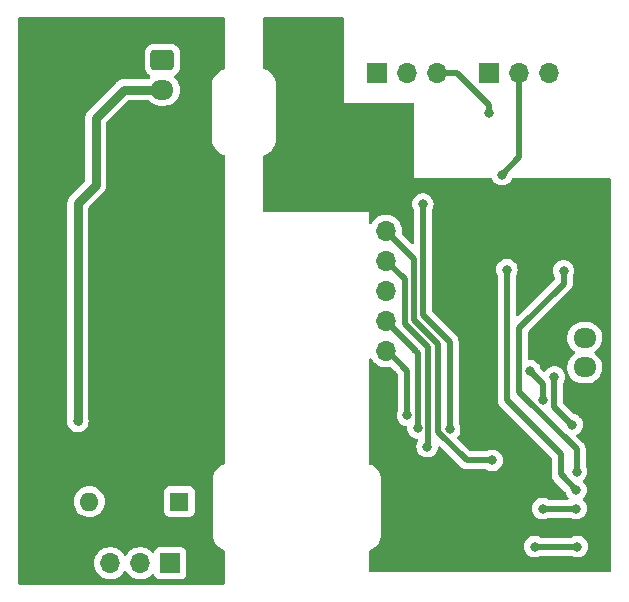
<source format=gbr>
%TF.GenerationSoftware,KiCad,Pcbnew,7.0.2*%
%TF.CreationDate,2023-10-03T11:26:09+02:00*%
%TF.ProjectId,SommerESP,536f6d6d-6572-4455-9350-2e6b69636164,rev?*%
%TF.SameCoordinates,Original*%
%TF.FileFunction,Copper,L2,Bot*%
%TF.FilePolarity,Positive*%
%FSLAX46Y46*%
G04 Gerber Fmt 4.6, Leading zero omitted, Abs format (unit mm)*
G04 Created by KiCad (PCBNEW 7.0.2) date 2023-10-03 11:26:09*
%MOMM*%
%LPD*%
G01*
G04 APERTURE LIST*
G04 Aperture macros list*
%AMRoundRect*
0 Rectangle with rounded corners*
0 $1 Rounding radius*
0 $2 $3 $4 $5 $6 $7 $8 $9 X,Y pos of 4 corners*
0 Add a 4 corners polygon primitive as box body*
4,1,4,$2,$3,$4,$5,$6,$7,$8,$9,$2,$3,0*
0 Add four circle primitives for the rounded corners*
1,1,$1+$1,$2,$3*
1,1,$1+$1,$4,$5*
1,1,$1+$1,$6,$7*
1,1,$1+$1,$8,$9*
0 Add four rect primitives between the rounded corners*
20,1,$1+$1,$2,$3,$4,$5,0*
20,1,$1+$1,$4,$5,$6,$7,0*
20,1,$1+$1,$6,$7,$8,$9,0*
20,1,$1+$1,$8,$9,$2,$3,0*%
G04 Aperture macros list end*
%TA.AperFunction,ComponentPad*%
%ADD10R,1.700000X1.700000*%
%TD*%
%TA.AperFunction,ComponentPad*%
%ADD11O,1.700000X1.700000*%
%TD*%
%TA.AperFunction,ComponentPad*%
%ADD12RoundRect,0.250000X-0.725000X0.600000X-0.725000X-0.600000X0.725000X-0.600000X0.725000X0.600000X0*%
%TD*%
%TA.AperFunction,ComponentPad*%
%ADD13O,1.950000X1.700000*%
%TD*%
%TA.AperFunction,ComponentPad*%
%ADD14R,1.600000X1.600000*%
%TD*%
%TA.AperFunction,ComponentPad*%
%ADD15O,1.600000X1.600000*%
%TD*%
%TA.AperFunction,ViaPad*%
%ADD16C,0.800000*%
%TD*%
%TA.AperFunction,Conductor*%
%ADD17C,0.500000*%
%TD*%
%TA.AperFunction,Conductor*%
%ADD18C,0.750000*%
%TD*%
G04 APERTURE END LIST*
D10*
%TO.P,J1,1,Pin_1*%
%TO.N,GND2*%
X120575000Y-82075000D03*
D11*
%TO.P,J1,2,Pin_2*%
%TO.N,RX*%
X120575000Y-79535000D03*
%TO.P,J1,3,Pin_3*%
%TO.N,TX*%
X120575000Y-76995000D03*
%TO.P,J1,4,Pin_4*%
%TO.N,+3.3VA*%
X120575000Y-74455000D03*
%TO.P,J1,5,Pin_5*%
%TO.N,IO3*%
X120575000Y-71915000D03*
%TO.P,J1,6,Pin_6*%
%TO.N,IO5*%
X120575000Y-69375000D03*
%TD*%
D12*
%TO.P,J2,1,Pin_1*%
%TO.N,GND2*%
X137425000Y-75925000D03*
D13*
%TO.P,J2,2,Pin_2*%
%TO.N,ANALOGSIG2*%
X137425000Y-78425000D03*
%TO.P,J2,3,Pin_3*%
%TO.N,+3.3VA*%
X137425000Y-80925000D03*
%TD*%
D10*
%TO.P,J4,1,Pin_1*%
%TO.N,Keypad1*%
X119820000Y-56000000D03*
D11*
%TO.P,J4,2,Pin_2*%
%TO.N,Keypad2*%
X122360000Y-56000000D03*
%TO.P,J4,3,Pin_3*%
%TO.N,Keypad3*%
X124900000Y-56000000D03*
%TD*%
D14*
%TO.P,D4,1,K*%
%TO.N,+24V*%
X103085000Y-92300000D03*
D15*
%TO.P,D4,2,A*%
%TO.N,AnalogSIG*%
X95465000Y-92300000D03*
%TD*%
D12*
%TO.P,J5,1,Pin_1*%
%TO.N,+3.3V*%
X101650000Y-54900000D03*
D13*
%TO.P,J5,2,Pin_2*%
%TO.N,AnalogSIG*%
X101650000Y-57400000D03*
%TO.P,J5,3,Pin_3*%
%TO.N,GND*%
X101650000Y-59900000D03*
%TD*%
D10*
%TO.P,J6,1,Pin_1*%
%TO.N,+24V*%
X102320000Y-97500000D03*
D11*
%TO.P,J6,2,Pin_2*%
%TO.N,unconnected-(J6-Pin_2-Pad2)*%
X99780000Y-97500000D03*
%TO.P,J6,3,Pin_3*%
%TO.N,SommerSIG*%
X97240000Y-97500000D03*
%TO.P,J6,4,Pin_4*%
%TO.N,GND*%
X94700000Y-97500000D03*
%TD*%
D10*
%TO.P,J3,1,Pin_1*%
%TO.N,Keypad1*%
X129320000Y-56000000D03*
D11*
%TO.P,J3,2,Pin_2*%
%TO.N,Keypad2*%
X131860000Y-56000000D03*
%TO.P,J3,3,Pin_3*%
%TO.N,Keypad3*%
X134400000Y-56000000D03*
%TD*%
D16*
%TO.N,IO9*%
X134850000Y-81735500D03*
%TO.N,IO5*%
X129574500Y-88800000D03*
X133860000Y-92880000D03*
X136680000Y-92890000D03*
%TO.N,EN*%
X125980000Y-86160000D03*
%TO.N,RX*%
X122400000Y-84990000D03*
%TO.N,IO8*%
X133860000Y-83684500D03*
X132770000Y-81210000D03*
%TO.N,IO6*%
X136690000Y-91310000D03*
%TO.N,IO7*%
X136720000Y-89760000D03*
%TO.N,Keypad3*%
X129300000Y-59400000D03*
%TO.N,GND*%
X103600000Y-69500000D03*
X97750000Y-62275000D03*
X92100000Y-72700000D03*
X92100000Y-70500000D03*
X92100000Y-78100000D03*
X92100000Y-76000000D03*
X97000000Y-86500000D03*
%TO.N,GND2*%
X119500000Y-65575000D03*
X128575000Y-87450000D03*
X128600000Y-94500000D03*
X113475000Y-65600000D03*
X138225000Y-84000000D03*
%TO.N,IO9*%
X136350000Y-85775000D03*
%TO.N,IO6*%
X130825000Y-72650000D03*
%TO.N,AnalogSIG*%
X94500000Y-85500000D03*
%TO.N,TX*%
X123275000Y-86050000D03*
%TO.N,Keypad2*%
X130400000Y-64600000D03*
%TO.N,EN*%
X133175000Y-96100000D03*
X136775000Y-96100000D03*
X123700000Y-67100000D03*
%TO.N,IO7*%
X135625000Y-72750000D03*
%TO.N,IO3*%
X124075000Y-87625000D03*
%TD*%
D17*
%TO.N,IO9*%
X134850000Y-84290000D02*
X136340000Y-85780000D01*
X134850000Y-81735500D02*
X134850000Y-84290000D01*
%TO.N,IO7*%
X131875000Y-77575000D02*
X135620000Y-73830000D01*
X131875000Y-83000000D02*
X131875000Y-77575000D01*
X136725000Y-87850000D02*
X131875000Y-83000000D01*
%TO.N,IO5*%
X122920000Y-71710000D02*
X120570000Y-69360000D01*
X122920000Y-76880000D02*
X122920000Y-71710000D01*
X125010000Y-86392082D02*
X125010000Y-78970000D01*
X127417918Y-88800000D02*
X125010000Y-86392082D01*
X129574500Y-88800000D02*
X127417918Y-88800000D01*
X125010000Y-78970000D02*
X122920000Y-76880000D01*
X133870000Y-92890000D02*
X133860000Y-92880000D01*
X136680000Y-92890000D02*
X133870000Y-92890000D01*
%TO.N,EN*%
X125980000Y-86160000D02*
X125980000Y-78790000D01*
%TO.N,RX*%
X122400000Y-84990000D02*
X122400000Y-81240000D01*
%TO.N,IO8*%
X133860000Y-82300000D02*
X132770000Y-81210000D01*
X133860000Y-83684500D02*
X133860000Y-82300000D01*
%TO.N,IO6*%
X130825000Y-83725000D02*
X130825000Y-72650000D01*
X135375000Y-89995000D02*
X136690000Y-91310000D01*
X135375000Y-88275000D02*
X135375000Y-89995000D01*
%TO.N,IO7*%
X136725000Y-89755000D02*
X136720000Y-89760000D01*
X136725000Y-87850000D02*
X136725000Y-89755000D01*
X136690000Y-87850000D02*
X136680000Y-87860000D01*
X136725000Y-87850000D02*
X136690000Y-87850000D01*
%TO.N,Keypad3*%
X126602082Y-56000000D02*
X129300000Y-58697918D01*
X124900000Y-56000000D02*
X126602082Y-56000000D01*
X129300000Y-58697918D02*
X129300000Y-59400000D01*
%TO.N,IO6*%
X135375000Y-88275000D02*
X130825000Y-83725000D01*
D18*
%TO.N,AnalogSIG*%
X96000000Y-59800000D02*
X98400000Y-57400000D01*
X98400000Y-57400000D02*
X101500000Y-57400000D01*
X94500000Y-67000000D02*
X94500000Y-85500000D01*
X94500000Y-67000000D02*
X96000000Y-65500000D01*
X96000000Y-65500000D02*
X96000000Y-59800000D01*
D17*
%TO.N,RX*%
X122400000Y-81225000D02*
X120750000Y-79575000D01*
%TO.N,TX*%
X123275000Y-79700000D02*
X123000000Y-79425000D01*
X123275000Y-86050000D02*
X123275000Y-79700000D01*
X123125000Y-79550000D02*
X120575000Y-77000000D01*
%TO.N,Keypad2*%
X131860000Y-56000000D02*
X131860000Y-63140000D01*
X131860000Y-63140000D02*
X130400000Y-64600000D01*
%TO.N,EN*%
X123700000Y-76500000D02*
X125975000Y-78775000D01*
X123700000Y-67250000D02*
X123700000Y-69200000D01*
X123700000Y-69200000D02*
X123700000Y-76500000D01*
X133175000Y-96100000D02*
X136775000Y-96100000D01*
%TO.N,IO7*%
X135625000Y-72750000D02*
X135625000Y-73827082D01*
%TO.N,IO3*%
X122175000Y-73475000D02*
X120625000Y-71925000D01*
X122175000Y-77275000D02*
X122175000Y-73475000D01*
X124075000Y-87625000D02*
X124125000Y-87575000D01*
X124125000Y-87575000D02*
X124125000Y-79225000D01*
X124125000Y-79225000D02*
X122175000Y-77275000D01*
%TD*%
%TA.AperFunction,Conductor*%
%TO.N,GND2*%
G36*
X116943039Y-51269685D02*
G01*
X116988794Y-51322489D01*
X117000000Y-51373999D01*
X117000000Y-58500000D01*
X122876000Y-58500000D01*
X122943039Y-58519685D01*
X122988794Y-58572489D01*
X123000000Y-58624000D01*
X123000000Y-64900000D01*
X129452568Y-64900000D01*
X129519607Y-64919685D01*
X129559955Y-64962000D01*
X129660957Y-65136941D01*
X129660960Y-65136944D01*
X129788747Y-65278866D01*
X129943247Y-65391118D01*
X129943248Y-65391118D01*
X130117714Y-65468795D01*
X130304511Y-65508500D01*
X130304513Y-65508500D01*
X130495489Y-65508500D01*
X130682285Y-65468795D01*
X130682286Y-65468794D01*
X130682288Y-65468794D01*
X130856752Y-65391118D01*
X131011253Y-65278866D01*
X131139040Y-65136944D01*
X131204303Y-65023906D01*
X131240045Y-64962000D01*
X131290612Y-64913784D01*
X131347432Y-64900000D01*
X139526093Y-64900000D01*
X139593132Y-64919685D01*
X139638887Y-64972489D01*
X139650092Y-65023906D01*
X139668415Y-89483585D01*
X139674907Y-98150907D01*
X139655273Y-98217961D01*
X139602503Y-98263756D01*
X139550907Y-98275000D01*
X119298899Y-98275000D01*
X119231860Y-98255315D01*
X119186105Y-98202511D01*
X119174899Y-98151102D01*
X119174478Y-97638393D01*
X119173515Y-96461914D01*
X119193144Y-96394862D01*
X119245910Y-96349064D01*
X119247618Y-96348298D01*
X119416607Y-96274173D01*
X119624785Y-96138164D01*
X119666243Y-96099999D01*
X132261496Y-96099999D01*
X132281458Y-96289929D01*
X132340472Y-96471556D01*
X132435957Y-96636941D01*
X132435960Y-96636944D01*
X132563747Y-96778866D01*
X132700447Y-96878185D01*
X132718248Y-96891118D01*
X132892714Y-96968795D01*
X133079511Y-97008500D01*
X133079513Y-97008500D01*
X133270489Y-97008500D01*
X133457285Y-96968795D01*
X133457286Y-96968794D01*
X133457288Y-96968794D01*
X133631752Y-96891118D01*
X133636477Y-96887684D01*
X133644052Y-96882182D01*
X133709858Y-96858702D01*
X133716937Y-96858500D01*
X136233063Y-96858500D01*
X136300102Y-96878185D01*
X136305948Y-96882182D01*
X136318246Y-96891117D01*
X136492714Y-96968795D01*
X136679511Y-97008500D01*
X136679513Y-97008500D01*
X136870489Y-97008500D01*
X137057285Y-96968795D01*
X137057286Y-96968794D01*
X137057288Y-96968794D01*
X137231752Y-96891118D01*
X137386253Y-96778866D01*
X137514040Y-96636944D01*
X137609527Y-96471556D01*
X137668542Y-96289928D01*
X137688504Y-96100000D01*
X137668542Y-95910072D01*
X137609527Y-95728444D01*
X137609527Y-95728443D01*
X137514042Y-95563058D01*
X137494442Y-95541291D01*
X137386253Y-95421134D01*
X137246525Y-95319615D01*
X137231751Y-95308881D01*
X137057285Y-95231204D01*
X136870489Y-95191500D01*
X136870487Y-95191500D01*
X136679513Y-95191500D01*
X136679511Y-95191500D01*
X136492714Y-95231204D01*
X136318246Y-95308882D01*
X136305948Y-95317818D01*
X136240142Y-95341298D01*
X136233063Y-95341500D01*
X133716937Y-95341500D01*
X133649898Y-95321815D01*
X133644052Y-95317818D01*
X133631753Y-95308882D01*
X133457285Y-95231204D01*
X133270489Y-95191500D01*
X133270487Y-95191500D01*
X133079513Y-95191500D01*
X133079511Y-95191500D01*
X132892714Y-95231204D01*
X132718248Y-95308881D01*
X132563748Y-95421133D01*
X132435957Y-95563058D01*
X132340472Y-95728443D01*
X132281458Y-95910070D01*
X132261496Y-96099999D01*
X119666243Y-96099999D01*
X119807738Y-95969744D01*
X119960474Y-95773509D01*
X120078828Y-95554810D01*
X120159571Y-95319614D01*
X120200500Y-95074335D01*
X120200500Y-94825665D01*
X120178763Y-94695404D01*
X120178763Y-94654595D01*
X120200500Y-94524335D01*
X120200500Y-94275665D01*
X120178763Y-94145404D01*
X120178763Y-94104595D01*
X120200500Y-93974335D01*
X120200500Y-93725665D01*
X120178763Y-93595404D01*
X120178763Y-93554595D01*
X120200500Y-93424335D01*
X120200500Y-93175665D01*
X120178763Y-93045404D01*
X120178763Y-93004595D01*
X120200500Y-92874335D01*
X120200500Y-92625665D01*
X120178763Y-92495404D01*
X120178763Y-92454595D01*
X120200500Y-92324335D01*
X120200500Y-92075665D01*
X120178763Y-91945404D01*
X120178763Y-91904595D01*
X120200500Y-91774335D01*
X120200500Y-91525665D01*
X120178763Y-91395403D01*
X120178763Y-91354594D01*
X120200500Y-91224335D01*
X120200500Y-90975665D01*
X120178763Y-90845403D01*
X120178763Y-90804594D01*
X120200500Y-90674335D01*
X120200500Y-90425665D01*
X120159571Y-90180386D01*
X120078828Y-89945190D01*
X119960474Y-89726491D01*
X119960471Y-89726487D01*
X119960470Y-89726485D01*
X119838728Y-89570072D01*
X119807738Y-89530256D01*
X119624785Y-89361836D01*
X119416607Y-89225827D01*
X119416604Y-89225825D01*
X119241622Y-89149071D01*
X119188136Y-89104115D01*
X119167446Y-89037379D01*
X119167433Y-89035748D01*
X119160253Y-80269960D01*
X119179883Y-80202907D01*
X119232649Y-80157109D01*
X119301800Y-80147109D01*
X119365379Y-80176082D01*
X119388061Y-80202038D01*
X119499278Y-80372268D01*
X119651760Y-80537906D01*
X119829424Y-80676189D01*
X120027426Y-80783342D01*
X120240365Y-80856444D01*
X120462431Y-80893500D01*
X120687567Y-80893500D01*
X120687569Y-80893500D01*
X120888783Y-80859923D01*
X120958144Y-80868305D01*
X120996870Y-80894551D01*
X121605181Y-81502862D01*
X121638666Y-81564185D01*
X121641500Y-81590543D01*
X121641500Y-84453535D01*
X121624887Y-84515535D01*
X121565472Y-84618443D01*
X121506458Y-84800070D01*
X121486496Y-84990000D01*
X121506458Y-85179929D01*
X121565472Y-85361556D01*
X121660957Y-85526941D01*
X121660960Y-85526944D01*
X121788747Y-85668866D01*
X121934826Y-85774999D01*
X121943248Y-85781118D01*
X122117714Y-85858795D01*
X122266615Y-85890445D01*
X122328097Y-85923637D01*
X122361873Y-85984800D01*
X122364155Y-86024694D01*
X122361496Y-86049997D01*
X122381458Y-86239929D01*
X122440472Y-86421556D01*
X122535957Y-86586941D01*
X122535960Y-86586944D01*
X122663747Y-86728866D01*
X122815148Y-86838866D01*
X122818248Y-86841118D01*
X122992714Y-86918795D01*
X123179511Y-86958500D01*
X123179513Y-86958500D01*
X123195985Y-86958500D01*
X123263024Y-86978185D01*
X123308779Y-87030989D01*
X123318723Y-87100147D01*
X123303372Y-87144500D01*
X123240472Y-87253443D01*
X123181458Y-87435070D01*
X123161496Y-87625000D01*
X123181458Y-87814929D01*
X123240472Y-87996556D01*
X123335957Y-88161941D01*
X123335960Y-88161944D01*
X123463747Y-88303866D01*
X123618248Y-88416118D01*
X123792714Y-88493795D01*
X123979511Y-88533500D01*
X123979513Y-88533500D01*
X124170489Y-88533500D01*
X124357285Y-88493795D01*
X124357286Y-88493794D01*
X124357288Y-88493794D01*
X124531752Y-88416118D01*
X124686253Y-88303866D01*
X124814040Y-88161944D01*
X124909527Y-87996556D01*
X124968542Y-87814928D01*
X124978614Y-87719094D01*
X125005197Y-87654483D01*
X125062494Y-87614498D01*
X125132313Y-87611838D01*
X125189615Y-87644378D01*
X126836114Y-89290877D01*
X126847895Y-89304509D01*
X126862449Y-89324058D01*
X126877806Y-89336944D01*
X126900851Y-89356281D01*
X126908826Y-89363589D01*
X126912817Y-89367580D01*
X126937423Y-89387036D01*
X126940185Y-89389286D01*
X126998278Y-89438032D01*
X126998281Y-89438033D01*
X126999179Y-89438787D01*
X127015952Y-89449472D01*
X127017009Y-89449965D01*
X127017012Y-89449967D01*
X127085770Y-89482028D01*
X127088952Y-89483569D01*
X127156730Y-89517609D01*
X127156733Y-89517609D01*
X127157777Y-89518134D01*
X127176560Y-89524664D01*
X127177709Y-89524901D01*
X127177711Y-89524902D01*
X127252034Y-89540247D01*
X127255467Y-89541009D01*
X127329262Y-89558500D01*
X127330401Y-89558770D01*
X127350187Y-89560791D01*
X127351355Y-89560757D01*
X127351360Y-89560758D01*
X127427175Y-89558552D01*
X127430782Y-89558500D01*
X129032563Y-89558500D01*
X129099602Y-89578185D01*
X129105448Y-89582182D01*
X129117746Y-89591117D01*
X129292214Y-89668795D01*
X129479011Y-89708500D01*
X129479013Y-89708500D01*
X129669989Y-89708500D01*
X129856785Y-89668795D01*
X129856786Y-89668794D01*
X129856788Y-89668794D01*
X130031252Y-89591118D01*
X130185753Y-89478866D01*
X130313540Y-89336944D01*
X130320981Y-89324057D01*
X130409027Y-89171556D01*
X130416333Y-89149071D01*
X130468042Y-88989928D01*
X130488004Y-88800000D01*
X130468042Y-88610072D01*
X130409027Y-88428444D01*
X130409027Y-88428443D01*
X130313542Y-88263058D01*
X130222498Y-88161944D01*
X130185753Y-88121134D01*
X130049053Y-88021815D01*
X130031251Y-88008881D01*
X129856785Y-87931204D01*
X129669989Y-87891500D01*
X129669987Y-87891500D01*
X129479013Y-87891500D01*
X129479011Y-87891500D01*
X129292214Y-87931204D01*
X129117746Y-88008882D01*
X129105448Y-88017818D01*
X129039642Y-88041298D01*
X129032563Y-88041500D01*
X127783461Y-88041500D01*
X127716422Y-88021815D01*
X127695780Y-88005181D01*
X126645184Y-86954585D01*
X126611699Y-86893262D01*
X126616683Y-86823570D01*
X126640714Y-86783933D01*
X126719040Y-86696944D01*
X126814527Y-86531556D01*
X126873542Y-86349928D01*
X126893504Y-86160000D01*
X126873542Y-85970072D01*
X126814527Y-85788444D01*
X126814527Y-85788443D01*
X126755113Y-85685535D01*
X126738500Y-85623535D01*
X126738500Y-78749418D01*
X126738499Y-78749417D01*
X126738500Y-78745820D01*
X126734575Y-78712243D01*
X126723079Y-78613888D01*
X126696815Y-78541726D01*
X126695631Y-78538321D01*
X126667114Y-78452262D01*
X126574030Y-78301349D01*
X126574029Y-78301347D01*
X124494819Y-76222137D01*
X124461334Y-76160814D01*
X124458500Y-76134456D01*
X124458500Y-72649999D01*
X129911496Y-72649999D01*
X129931458Y-72839929D01*
X129990472Y-73021553D01*
X129990473Y-73021556D01*
X130048208Y-73121556D01*
X130049887Y-73124463D01*
X130066500Y-73186463D01*
X130066500Y-83660705D01*
X130065191Y-83678675D01*
X130061658Y-83702790D01*
X130066027Y-83752729D01*
X130066499Y-83763512D01*
X130066499Y-83765572D01*
X130066499Y-83765583D01*
X130066500Y-83769180D01*
X130066917Y-83772753D01*
X130066918Y-83772759D01*
X130070139Y-83800321D01*
X130070505Y-83803905D01*
X130077214Y-83880582D01*
X130081523Y-83900017D01*
X130081920Y-83901109D01*
X130081921Y-83901113D01*
X130100011Y-83950815D01*
X130107855Y-83972367D01*
X130109037Y-83975771D01*
X130133251Y-84048843D01*
X130141922Y-84066754D01*
X130184245Y-84131103D01*
X130186178Y-84134138D01*
X130225970Y-84198651D01*
X130225972Y-84198653D01*
X130226589Y-84199653D01*
X130239153Y-84215075D01*
X130239997Y-84215871D01*
X130239999Y-84215874D01*
X130295173Y-84267928D01*
X130297760Y-84270441D01*
X134580181Y-88552862D01*
X134613666Y-88614185D01*
X134616500Y-88640543D01*
X134616500Y-89930706D01*
X134615191Y-89948676D01*
X134611659Y-89972789D01*
X134616028Y-90022725D01*
X134616500Y-90033532D01*
X134616500Y-90039180D01*
X134616916Y-90042739D01*
X134616917Y-90042756D01*
X134620139Y-90070321D01*
X134620505Y-90073905D01*
X134627214Y-90150582D01*
X134631523Y-90170017D01*
X134631920Y-90171109D01*
X134631921Y-90171113D01*
X134642617Y-90200500D01*
X134657855Y-90242367D01*
X134659037Y-90245771D01*
X134683251Y-90318843D01*
X134691922Y-90336754D01*
X134734245Y-90401103D01*
X134736178Y-90404138D01*
X134775970Y-90468651D01*
X134775972Y-90468653D01*
X134776589Y-90469653D01*
X134789153Y-90485075D01*
X134789997Y-90485871D01*
X134789999Y-90485874D01*
X134802954Y-90498096D01*
X134845173Y-90537928D01*
X134847760Y-90540441D01*
X135770214Y-91462895D01*
X135800464Y-91512258D01*
X135855472Y-91681556D01*
X135950957Y-91846941D01*
X135950960Y-91846944D01*
X136020818Y-91924529D01*
X136051047Y-91987519D01*
X136042422Y-92056854D01*
X135997681Y-92110520D01*
X135931028Y-92131478D01*
X135928667Y-92131500D01*
X134415701Y-92131500D01*
X134348662Y-92111815D01*
X134342815Y-92107818D01*
X134316751Y-92088881D01*
X134142285Y-92011204D01*
X133955489Y-91971500D01*
X133955487Y-91971500D01*
X133764513Y-91971500D01*
X133764511Y-91971500D01*
X133577714Y-92011204D01*
X133403248Y-92088881D01*
X133248748Y-92201133D01*
X133120957Y-92343058D01*
X133025472Y-92508443D01*
X132966458Y-92690070D01*
X132946496Y-92879999D01*
X132966458Y-93069929D01*
X133025472Y-93251556D01*
X133120957Y-93416941D01*
X133120960Y-93416944D01*
X133248747Y-93558866D01*
X133299047Y-93595411D01*
X133403248Y-93671118D01*
X133577714Y-93748795D01*
X133764511Y-93788500D01*
X133764513Y-93788500D01*
X133955489Y-93788500D01*
X134142285Y-93748795D01*
X134142286Y-93748794D01*
X134142288Y-93748794D01*
X134316752Y-93671118D01*
X134316752Y-93671117D01*
X134328658Y-93665817D01*
X134329270Y-93667192D01*
X134381094Y-93648702D01*
X134388173Y-93648500D01*
X136138063Y-93648500D01*
X136205102Y-93668185D01*
X136210948Y-93672182D01*
X136223246Y-93681117D01*
X136397714Y-93758795D01*
X136584511Y-93798500D01*
X136584513Y-93798500D01*
X136775489Y-93798500D01*
X136962285Y-93758795D01*
X136962286Y-93758794D01*
X136962288Y-93758794D01*
X137136752Y-93681118D01*
X137291253Y-93568866D01*
X137419040Y-93426944D01*
X137420547Y-93424335D01*
X137514527Y-93261556D01*
X137542435Y-93175665D01*
X137573542Y-93079928D01*
X137593504Y-92890000D01*
X137573542Y-92700072D01*
X137514527Y-92518444D01*
X137514527Y-92518443D01*
X137419042Y-92353058D01*
X137403108Y-92335361D01*
X137291253Y-92211134D01*
X137291248Y-92211131D01*
X137291248Y-92211130D01*
X137281364Y-92203949D01*
X137238698Y-92148619D01*
X137232720Y-92079006D01*
X137265326Y-92017211D01*
X137281352Y-92003324D01*
X137301253Y-91988866D01*
X137429040Y-91846944D01*
X137524527Y-91681556D01*
X137583542Y-91499928D01*
X137603504Y-91310000D01*
X137583542Y-91120072D01*
X137524527Y-90938444D01*
X137524527Y-90938443D01*
X137429042Y-90773058D01*
X137416330Y-90758941D01*
X137301253Y-90631134D01*
X137301247Y-90631130D01*
X137300611Y-90630423D01*
X137270381Y-90567431D01*
X137279006Y-90498096D01*
X137319877Y-90447131D01*
X137331253Y-90438866D01*
X137459040Y-90296944D01*
X137554527Y-90131556D01*
X137613542Y-89949928D01*
X137633504Y-89760000D01*
X137613542Y-89570072D01*
X137554527Y-89388444D01*
X137554527Y-89388443D01*
X137500113Y-89294195D01*
X137483500Y-89232195D01*
X137483500Y-87914294D01*
X137484809Y-87896324D01*
X137485007Y-87894970D01*
X137488341Y-87872211D01*
X137486216Y-87847932D01*
X137485955Y-87829918D01*
X137486828Y-87814929D01*
X137487372Y-87805597D01*
X137478662Y-87756204D01*
X137477256Y-87745519D01*
X137472887Y-87695574D01*
X137472885Y-87695570D01*
X137472784Y-87694407D01*
X137468479Y-87674989D01*
X137468079Y-87673891D01*
X137468079Y-87673887D01*
X137464162Y-87663128D01*
X137458568Y-87642246D01*
X137456582Y-87630980D01*
X137454002Y-87625000D01*
X137436722Y-87584940D01*
X137432882Y-87574848D01*
X137417114Y-87527262D01*
X137417112Y-87527260D01*
X137416742Y-87526141D01*
X137408078Y-87508246D01*
X137401143Y-87497701D01*
X137390885Y-87478676D01*
X137386352Y-87468169D01*
X137386352Y-87468168D01*
X137356418Y-87427960D01*
X137350345Y-87419012D01*
X137323412Y-87375347D01*
X137310850Y-87359926D01*
X137301668Y-87351263D01*
X137287300Y-87335118D01*
X137280469Y-87325942D01*
X137280467Y-87325940D01*
X137242059Y-87293711D01*
X137234085Y-87286404D01*
X136731625Y-86783944D01*
X136698140Y-86722621D01*
X136703124Y-86652929D01*
X136744996Y-86596996D01*
X136768867Y-86582985D01*
X136806752Y-86566118D01*
X136961253Y-86453866D01*
X137089040Y-86311944D01*
X137184527Y-86146556D01*
X137243542Y-85964928D01*
X137263504Y-85775000D01*
X137243542Y-85585072D01*
X137184527Y-85403444D01*
X137184527Y-85403443D01*
X137089042Y-85238058D01*
X137036701Y-85179928D01*
X136961253Y-85096134D01*
X136806752Y-84983882D01*
X136806751Y-84983881D01*
X136739779Y-84954064D01*
X136632288Y-84906206D01*
X136586439Y-84896460D01*
X136549599Y-84888629D01*
X136488118Y-84855435D01*
X136487701Y-84855020D01*
X135644819Y-84012138D01*
X135611334Y-83950815D01*
X135608500Y-83924457D01*
X135608500Y-82271963D01*
X135625113Y-82209963D01*
X135684527Y-82107056D01*
X135743542Y-81925428D01*
X135763504Y-81735500D01*
X135743542Y-81545572D01*
X135684527Y-81363944D01*
X135684527Y-81363943D01*
X135589042Y-81198558D01*
X135498659Y-81098178D01*
X135461253Y-81056634D01*
X135306752Y-80944382D01*
X135306751Y-80944381D01*
X135133258Y-80867137D01*
X135937816Y-80867137D01*
X135947630Y-81098175D01*
X135996351Y-81324240D01*
X136082572Y-81538809D01*
X136082574Y-81538813D01*
X136203821Y-81735730D01*
X136203822Y-81735731D01*
X136356600Y-81909322D01*
X136536524Y-82054600D01*
X136738408Y-82167380D01*
X136956452Y-82244420D01*
X137184372Y-82283500D01*
X137184375Y-82283500D01*
X137605082Y-82283500D01*
X137607713Y-82283500D01*
X137780418Y-82268801D01*
X138004207Y-82210530D01*
X138214929Y-82115278D01*
X138406523Y-81985783D01*
X138573476Y-81825772D01*
X138710985Y-81639847D01*
X138815095Y-81433357D01*
X138882811Y-81212243D01*
X138912184Y-80982865D01*
X138902369Y-80751822D01*
X138853649Y-80525762D01*
X138767426Y-80311187D01*
X138646179Y-80114270D01*
X138493398Y-79940676D01*
X138398704Y-79864216D01*
X138313473Y-79795397D01*
X138289432Y-79781967D01*
X138240506Y-79732087D01*
X138226314Y-79663674D01*
X138251362Y-79598448D01*
X138280466Y-79570982D01*
X138406523Y-79485783D01*
X138573476Y-79325772D01*
X138710985Y-79139847D01*
X138815095Y-78933357D01*
X138882811Y-78712243D01*
X138912184Y-78482865D01*
X138902369Y-78251822D01*
X138853649Y-78025762D01*
X138767426Y-77811187D01*
X138646179Y-77614270D01*
X138493398Y-77440676D01*
X138313476Y-77295400D01*
X138313475Y-77295399D01*
X138111591Y-77182619D01*
X137893547Y-77105579D01*
X137665628Y-77066500D01*
X137665625Y-77066500D01*
X137242287Y-77066500D01*
X137239672Y-77066722D01*
X137239661Y-77066723D01*
X137069585Y-77081198D01*
X136994985Y-77100622D01*
X136845793Y-77139470D01*
X136845790Y-77139471D01*
X136845787Y-77139472D01*
X136635073Y-77234720D01*
X136443477Y-77364216D01*
X136276523Y-77524228D01*
X136139015Y-77710152D01*
X136034905Y-77916642D01*
X136010019Y-77997905D01*
X135967189Y-78137757D01*
X135946241Y-78301347D01*
X135937816Y-78367137D01*
X135947630Y-78598175D01*
X135996351Y-78824240D01*
X136040198Y-78933357D01*
X136082574Y-79038813D01*
X136203821Y-79235730D01*
X136203822Y-79235731D01*
X136283066Y-79325771D01*
X136356602Y-79409324D01*
X136451293Y-79485781D01*
X136536524Y-79554600D01*
X136560566Y-79568031D01*
X136609493Y-79617911D01*
X136623685Y-79686324D01*
X136598637Y-79751550D01*
X136569529Y-79779020D01*
X136443477Y-79864216D01*
X136276523Y-80024228D01*
X136139015Y-80210152D01*
X136034905Y-80416642D01*
X135967189Y-80637756D01*
X135962268Y-80676188D01*
X135942956Y-80827000D01*
X135937816Y-80867137D01*
X135133258Y-80867137D01*
X135132285Y-80866704D01*
X134945489Y-80827000D01*
X134945487Y-80827000D01*
X134754513Y-80827000D01*
X134754511Y-80827000D01*
X134567714Y-80866704D01*
X134393248Y-80944381D01*
X134238748Y-81056633D01*
X134110957Y-81198559D01*
X134089372Y-81235945D01*
X134038804Y-81284160D01*
X133970197Y-81297381D01*
X133905333Y-81271412D01*
X133894305Y-81261624D01*
X133689786Y-81057105D01*
X133659536Y-81007742D01*
X133604527Y-80838443D01*
X133509042Y-80673058D01*
X133477256Y-80637756D01*
X133381253Y-80531134D01*
X133226752Y-80418882D01*
X133226751Y-80418881D01*
X133052285Y-80341204D01*
X132865489Y-80301500D01*
X132865487Y-80301500D01*
X132757500Y-80301500D01*
X132690461Y-80281815D01*
X132644706Y-80229011D01*
X132633500Y-80177500D01*
X132633500Y-77940542D01*
X132653185Y-77873503D01*
X132669814Y-77852866D01*
X136107736Y-74414943D01*
X136121355Y-74403173D01*
X136149058Y-74382551D01*
X136263032Y-74246722D01*
X136342609Y-74088270D01*
X136383500Y-73915738D01*
X136383500Y-73286463D01*
X136400113Y-73224463D01*
X136418058Y-73193382D01*
X136459527Y-73121556D01*
X136518542Y-72939928D01*
X136538504Y-72750000D01*
X136518542Y-72560072D01*
X136459527Y-72378444D01*
X136459527Y-72378443D01*
X136364042Y-72213058D01*
X136344442Y-72191291D01*
X136236253Y-72071134D01*
X136139901Y-72001129D01*
X136081751Y-71958881D01*
X135907285Y-71881204D01*
X135720489Y-71841500D01*
X135720487Y-71841500D01*
X135529513Y-71841500D01*
X135529511Y-71841500D01*
X135342714Y-71881204D01*
X135168248Y-71958881D01*
X135013748Y-72071133D01*
X134885957Y-72213058D01*
X134790472Y-72378443D01*
X134731458Y-72560070D01*
X134731457Y-72560072D01*
X134731458Y-72560072D01*
X134711496Y-72750000D01*
X134720948Y-72839928D01*
X134731458Y-72939929D01*
X134790473Y-73121556D01*
X134849887Y-73224463D01*
X134866500Y-73286463D01*
X134866500Y-73459457D01*
X134846815Y-73526496D01*
X134830181Y-73547138D01*
X131795181Y-76582137D01*
X131733858Y-76615622D01*
X131664166Y-76610638D01*
X131608233Y-76568766D01*
X131583816Y-76503302D01*
X131583500Y-76494456D01*
X131583500Y-74897616D01*
X131583500Y-73186459D01*
X131600110Y-73124468D01*
X131659527Y-73021556D01*
X131718542Y-72839928D01*
X131738504Y-72650000D01*
X131718542Y-72460072D01*
X131659527Y-72278444D01*
X131659527Y-72278443D01*
X131564042Y-72113058D01*
X131526292Y-72071133D01*
X131436253Y-71971134D01*
X131312478Y-71881206D01*
X131281751Y-71858881D01*
X131107285Y-71781204D01*
X130920489Y-71741500D01*
X130920487Y-71741500D01*
X130729513Y-71741500D01*
X130729511Y-71741500D01*
X130542714Y-71781204D01*
X130368248Y-71858881D01*
X130213748Y-71971133D01*
X130085957Y-72113058D01*
X129990472Y-72278443D01*
X129931458Y-72460070D01*
X129911496Y-72649999D01*
X124458500Y-72649999D01*
X124458500Y-69155820D01*
X124458499Y-67636464D01*
X124475111Y-67574464D01*
X124534527Y-67471556D01*
X124593542Y-67289928D01*
X124613504Y-67100000D01*
X124593542Y-66910072D01*
X124534527Y-66728444D01*
X124534527Y-66728443D01*
X124439042Y-66563058D01*
X124419442Y-66541291D01*
X124311253Y-66421134D01*
X124156752Y-66308882D01*
X124156751Y-66308881D01*
X123982285Y-66231204D01*
X123795489Y-66191500D01*
X123795487Y-66191500D01*
X123604513Y-66191500D01*
X123604511Y-66191500D01*
X123417714Y-66231204D01*
X123243248Y-66308881D01*
X123088748Y-66421133D01*
X122960957Y-66563058D01*
X122865472Y-66728443D01*
X122806458Y-66910070D01*
X122786496Y-67100000D01*
X122806458Y-67289929D01*
X122865473Y-67471556D01*
X122924887Y-67574463D01*
X122941500Y-67636463D01*
X122941500Y-70359457D01*
X122921815Y-70426496D01*
X122869011Y-70472251D01*
X122799853Y-70482195D01*
X122736297Y-70453170D01*
X122729819Y-70447138D01*
X121957335Y-69674654D01*
X121923850Y-69613331D01*
X121921440Y-69576733D01*
X121938156Y-69374999D01*
X121919564Y-69150636D01*
X121919564Y-69150632D01*
X121864296Y-68932384D01*
X121773860Y-68726209D01*
X121650722Y-68537732D01*
X121498240Y-68372094D01*
X121320576Y-68233811D01*
X121122574Y-68126658D01*
X121122573Y-68126657D01*
X121122572Y-68126657D01*
X120909636Y-68053556D01*
X120687569Y-68016500D01*
X120462431Y-68016500D01*
X120240363Y-68053556D01*
X120027427Y-68126657D01*
X119829424Y-68233811D01*
X119651760Y-68372094D01*
X119499279Y-68537730D01*
X119378550Y-68722520D01*
X119325403Y-68767876D01*
X119256172Y-68777300D01*
X119192836Y-68747798D01*
X119155505Y-68688738D01*
X119150741Y-68654800D01*
X119150000Y-67750000D01*
X110274000Y-67750000D01*
X110206961Y-67730315D01*
X110161206Y-67677511D01*
X110150000Y-67626000D01*
X110150000Y-63055745D01*
X110169685Y-62988706D01*
X110222489Y-62942951D01*
X110243550Y-62935542D01*
X110288881Y-62924063D01*
X110516607Y-62824173D01*
X110724785Y-62688164D01*
X110907738Y-62519744D01*
X111060474Y-62323509D01*
X111178828Y-62104810D01*
X111259571Y-61869614D01*
X111300500Y-61624335D01*
X111300500Y-61375665D01*
X111278763Y-61245404D01*
X111278763Y-61204595D01*
X111300500Y-61074335D01*
X111300500Y-60825665D01*
X111278763Y-60695403D01*
X111278763Y-60654594D01*
X111300500Y-60524335D01*
X111300500Y-60275665D01*
X111278763Y-60145403D01*
X111278763Y-60104594D01*
X111300500Y-59974335D01*
X111300500Y-59725665D01*
X111278763Y-59595404D01*
X111278763Y-59554595D01*
X111300500Y-59424335D01*
X111300500Y-59175665D01*
X111278763Y-59045404D01*
X111278763Y-59004595D01*
X111300500Y-58874335D01*
X111300500Y-58625665D01*
X111278763Y-58495404D01*
X111278763Y-58454595D01*
X111300500Y-58324335D01*
X111300500Y-58075665D01*
X111278763Y-57945403D01*
X111278763Y-57904594D01*
X111300500Y-57774335D01*
X111300500Y-57525665D01*
X111278763Y-57395404D01*
X111278763Y-57354595D01*
X111300500Y-57224335D01*
X111300500Y-56975665D01*
X111259571Y-56730386D01*
X111178828Y-56495190D01*
X111060474Y-56276491D01*
X111060471Y-56276487D01*
X111060470Y-56276485D01*
X110907740Y-56080259D01*
X110907738Y-56080256D01*
X110724785Y-55911836D01*
X110516607Y-55775827D01*
X110516604Y-55775825D01*
X110288879Y-55675936D01*
X110243558Y-55664459D01*
X110183403Y-55628919D01*
X110152012Y-55566498D01*
X110150000Y-55544254D01*
X110150000Y-51374000D01*
X110169685Y-51306961D01*
X110222489Y-51261206D01*
X110274000Y-51250000D01*
X116876000Y-51250000D01*
X116943039Y-51269685D01*
G37*
%TD.AperFunction*%
%TD*%
%TA.AperFunction,Conductor*%
%TO.N,GND*%
G36*
X106892055Y-51270002D02*
G01*
X106938548Y-51323658D01*
X106949934Y-51376066D01*
X106947759Y-55555993D01*
X106927721Y-55624103D01*
X106874042Y-55670568D01*
X106870608Y-55671775D01*
X106861120Y-55675936D01*
X106861119Y-55675937D01*
X106762152Y-55719347D01*
X106633390Y-55775828D01*
X106425217Y-55911833D01*
X106242262Y-56080255D01*
X106089527Y-56276489D01*
X105971170Y-56495193D01*
X105892019Y-56725755D01*
X105890429Y-56730386D01*
X105849500Y-56975665D01*
X105849500Y-57224335D01*
X105858268Y-57276879D01*
X105871180Y-57354261D01*
X105871180Y-57395737D01*
X105849500Y-57525666D01*
X105849500Y-57774333D01*
X105871180Y-57904261D01*
X105871180Y-57945737D01*
X105849499Y-58075666D01*
X105849499Y-58324333D01*
X105871180Y-58454262D01*
X105871180Y-58495738D01*
X105849499Y-58625666D01*
X105849499Y-58874332D01*
X105871180Y-59004261D01*
X105871180Y-59045737D01*
X105849499Y-59175666D01*
X105849499Y-59424333D01*
X105871180Y-59554262D01*
X105871180Y-59595738D01*
X105849499Y-59725666D01*
X105849499Y-59974332D01*
X105871180Y-60104261D01*
X105871180Y-60145737D01*
X105849500Y-60275666D01*
X105849500Y-60524333D01*
X105871180Y-60654261D01*
X105871180Y-60695737D01*
X105849499Y-60825666D01*
X105849499Y-61074332D01*
X105871180Y-61204261D01*
X105871180Y-61245737D01*
X105849499Y-61375666D01*
X105849499Y-61624331D01*
X105849500Y-61624335D01*
X105890429Y-61869614D01*
X105890430Y-61869616D01*
X105971170Y-62104806D01*
X106089527Y-62323510D01*
X106242262Y-62519744D01*
X106425217Y-62688166D01*
X106633392Y-62824173D01*
X106868481Y-62927293D01*
X106922829Y-62972974D01*
X106943853Y-63040786D01*
X106943867Y-63042746D01*
X106930350Y-89035247D01*
X106910313Y-89103357D01*
X106856633Y-89149822D01*
X106854964Y-89150568D01*
X106683392Y-89225826D01*
X106475217Y-89361833D01*
X106292262Y-89530255D01*
X106139527Y-89726489D01*
X106021170Y-89945193D01*
X105940430Y-90180383D01*
X105940429Y-90180386D01*
X105899500Y-90425665D01*
X105899500Y-90674335D01*
X105912295Y-90751018D01*
X105921180Y-90804261D01*
X105921180Y-90845737D01*
X105899500Y-90975666D01*
X105899500Y-91224333D01*
X105921180Y-91354261D01*
X105921180Y-91395737D01*
X105899500Y-91525666D01*
X105899500Y-91774333D01*
X105921180Y-91904262D01*
X105921180Y-91945738D01*
X105904809Y-92043843D01*
X105899500Y-92075665D01*
X105899500Y-92324335D01*
X105912295Y-92401018D01*
X105921180Y-92454261D01*
X105921180Y-92495737D01*
X105899500Y-92625666D01*
X105899500Y-92874333D01*
X105921180Y-93004261D01*
X105921180Y-93045737D01*
X105904734Y-93144300D01*
X105899500Y-93175665D01*
X105899500Y-93424335D01*
X105901701Y-93437523D01*
X105921180Y-93554261D01*
X105921180Y-93595737D01*
X105899500Y-93725666D01*
X105899500Y-93974333D01*
X105921180Y-94104262D01*
X105921180Y-94145738D01*
X105904809Y-94243843D01*
X105899500Y-94275665D01*
X105899500Y-94524335D01*
X105912295Y-94601018D01*
X105921180Y-94654261D01*
X105921180Y-94695737D01*
X105903765Y-94800103D01*
X105899500Y-94825665D01*
X105899500Y-95074335D01*
X105940429Y-95319614D01*
X105940430Y-95319616D01*
X106021170Y-95554806D01*
X106139527Y-95773510D01*
X106292262Y-95969744D01*
X106475217Y-96138166D01*
X106648931Y-96251658D01*
X106683393Y-96274173D01*
X106851100Y-96347736D01*
X106905449Y-96393418D01*
X106926473Y-96461230D01*
X106926487Y-96463189D01*
X106925065Y-99199065D01*
X106905028Y-99267176D01*
X106851348Y-99313641D01*
X106799065Y-99325000D01*
X89551066Y-99325000D01*
X89482945Y-99304998D01*
X89436452Y-99251342D01*
X89425066Y-99198934D01*
X89425950Y-97500000D01*
X95876844Y-97500000D01*
X95895436Y-97724368D01*
X95895436Y-97724371D01*
X95895437Y-97724372D01*
X95950702Y-97942611D01*
X96041139Y-98148790D01*
X96058701Y-98175670D01*
X96164278Y-98337268D01*
X96276525Y-98459200D01*
X96316762Y-98502908D01*
X96436629Y-98596205D01*
X96494424Y-98641189D01*
X96692426Y-98748342D01*
X96905365Y-98821444D01*
X97127431Y-98858500D01*
X97127434Y-98858500D01*
X97352566Y-98858500D01*
X97352569Y-98858500D01*
X97574635Y-98821444D01*
X97787574Y-98748342D01*
X97985576Y-98641189D01*
X98163240Y-98502906D01*
X98315722Y-98337268D01*
X98404518Y-98201354D01*
X98458521Y-98155268D01*
X98528869Y-98145693D01*
X98593226Y-98175670D01*
X98615480Y-98201353D01*
X98704278Y-98337268D01*
X98816525Y-98459200D01*
X98856762Y-98502908D01*
X98976629Y-98596205D01*
X99034424Y-98641189D01*
X99232426Y-98748342D01*
X99445365Y-98821444D01*
X99667431Y-98858500D01*
X99667434Y-98858500D01*
X99892566Y-98858500D01*
X99892569Y-98858500D01*
X100114635Y-98821444D01*
X100327574Y-98748342D01*
X100525576Y-98641189D01*
X100703240Y-98502906D01*
X100764246Y-98436635D01*
X100825096Y-98400067D01*
X100896061Y-98402200D01*
X100954606Y-98442362D01*
X100975000Y-98477942D01*
X101019109Y-98596203D01*
X101106738Y-98713261D01*
X101223794Y-98800888D01*
X101223795Y-98800888D01*
X101223796Y-98800889D01*
X101360799Y-98851989D01*
X101421362Y-98858500D01*
X101424731Y-98858500D01*
X103215269Y-98858500D01*
X103218638Y-98858500D01*
X103279201Y-98851989D01*
X103416204Y-98800889D01*
X103533261Y-98713261D01*
X103620889Y-98596204D01*
X103671989Y-98459201D01*
X103678500Y-98398638D01*
X103678500Y-96601362D01*
X103671989Y-96540799D01*
X103620889Y-96403796D01*
X103620888Y-96403794D01*
X103533261Y-96286738D01*
X103416205Y-96199111D01*
X103347702Y-96173561D01*
X103279201Y-96148011D01*
X103218638Y-96141500D01*
X101421362Y-96141500D01*
X101418013Y-96141859D01*
X101418013Y-96141860D01*
X101360799Y-96148011D01*
X101223794Y-96199111D01*
X101106738Y-96286738D01*
X101019109Y-96403796D01*
X100975000Y-96522057D01*
X100932453Y-96578893D01*
X100865933Y-96603703D01*
X100796559Y-96588611D01*
X100764246Y-96563363D01*
X100703240Y-96497094D01*
X100703239Y-96497093D01*
X100703237Y-96497091D01*
X100525578Y-96358812D01*
X100327573Y-96251657D01*
X100174510Y-96199111D01*
X100114635Y-96178556D01*
X99892569Y-96141500D01*
X99667431Y-96141500D01*
X99445365Y-96178556D01*
X99445362Y-96178556D01*
X99445362Y-96178557D01*
X99232426Y-96251657D01*
X99034421Y-96358812D01*
X98856762Y-96497091D01*
X98704278Y-96662731D01*
X98615483Y-96798643D01*
X98561479Y-96844731D01*
X98491131Y-96854306D01*
X98426774Y-96824328D01*
X98404517Y-96798643D01*
X98315721Y-96662731D01*
X98238542Y-96578893D01*
X98163240Y-96497094D01*
X98163239Y-96497093D01*
X98163237Y-96497091D01*
X97985578Y-96358812D01*
X97787573Y-96251657D01*
X97634510Y-96199111D01*
X97574635Y-96178556D01*
X97352569Y-96141500D01*
X97127431Y-96141500D01*
X96905365Y-96178556D01*
X96905362Y-96178556D01*
X96905362Y-96178557D01*
X96692426Y-96251657D01*
X96494421Y-96358812D01*
X96316762Y-96497091D01*
X96164278Y-96662731D01*
X96041139Y-96851209D01*
X95950702Y-97057388D01*
X95895437Y-97275627D01*
X95895436Y-97275632D01*
X95876844Y-97500000D01*
X89425950Y-97500000D01*
X89428654Y-92300000D01*
X94151502Y-92300000D01*
X94171457Y-92528087D01*
X94230715Y-92749243D01*
X94327477Y-92956750D01*
X94458804Y-93144303D01*
X94620696Y-93306195D01*
X94808249Y-93437522D01*
X95015756Y-93534284D01*
X95075014Y-93550162D01*
X95236913Y-93593543D01*
X95465000Y-93613498D01*
X95693087Y-93593543D01*
X95914243Y-93534284D01*
X96121749Y-93437523D01*
X96309300Y-93306198D01*
X96466860Y-93148638D01*
X101776500Y-93148638D01*
X101776860Y-93151986D01*
X101783011Y-93209200D01*
X101834111Y-93346205D01*
X101921738Y-93463261D01*
X102038794Y-93550888D01*
X102038795Y-93550888D01*
X102038796Y-93550889D01*
X102175799Y-93601989D01*
X102236362Y-93608500D01*
X102239731Y-93608500D01*
X103930269Y-93608500D01*
X103933638Y-93608500D01*
X103994201Y-93601989D01*
X104131204Y-93550889D01*
X104248261Y-93463261D01*
X104335889Y-93346204D01*
X104386989Y-93209201D01*
X104393500Y-93148638D01*
X104393500Y-91451362D01*
X104386989Y-91390799D01*
X104335889Y-91253796D01*
X104313835Y-91224335D01*
X104248261Y-91136738D01*
X104131205Y-91049111D01*
X104016845Y-91006457D01*
X103994201Y-90998011D01*
X103933638Y-90991500D01*
X102236362Y-90991500D01*
X102233013Y-90991859D01*
X102233013Y-90991860D01*
X102175799Y-90998011D01*
X102038794Y-91049111D01*
X101921738Y-91136738D01*
X101834111Y-91253794D01*
X101796639Y-91354261D01*
X101783011Y-91390799D01*
X101776500Y-91451362D01*
X101776500Y-93148638D01*
X96466860Y-93148638D01*
X96471198Y-93144300D01*
X96602523Y-92956749D01*
X96699284Y-92749243D01*
X96758543Y-92528087D01*
X96778498Y-92300000D01*
X96758543Y-92071913D01*
X96699284Y-91850757D01*
X96602523Y-91643251D01*
X96471198Y-91455700D01*
X96471197Y-91455699D01*
X96471195Y-91455696D01*
X96309303Y-91293804D01*
X96121750Y-91162477D01*
X95914243Y-91065715D01*
X95693087Y-91006457D01*
X95693086Y-91006457D01*
X95465000Y-90986502D01*
X95464999Y-90986502D01*
X95236912Y-91006457D01*
X95015756Y-91065715D01*
X94808249Y-91162477D01*
X94620696Y-91293804D01*
X94458804Y-91455696D01*
X94327477Y-91643249D01*
X94230715Y-91850756D01*
X94171457Y-92071912D01*
X94151502Y-92300000D01*
X89428654Y-92300000D01*
X89432190Y-85499999D01*
X93586496Y-85499999D01*
X93606458Y-85689929D01*
X93665472Y-85871556D01*
X93760958Y-86036942D01*
X93760960Y-86036944D01*
X93888747Y-86178866D01*
X94043248Y-86291118D01*
X94217712Y-86368794D01*
X94404513Y-86408500D01*
X94404515Y-86408500D01*
X94595485Y-86408500D01*
X94595487Y-86408500D01*
X94782288Y-86368794D01*
X94956752Y-86291118D01*
X95111253Y-86178866D01*
X95239040Y-86036944D01*
X95334527Y-85871556D01*
X95393542Y-85689928D01*
X95413504Y-85500000D01*
X95393542Y-85310072D01*
X95389665Y-85298140D01*
X95383500Y-85259210D01*
X95383500Y-67418147D01*
X95403502Y-67350026D01*
X95420400Y-67329056D01*
X96568550Y-66180906D01*
X96583580Y-66168069D01*
X96594434Y-66160185D01*
X96638896Y-66110803D01*
X96643401Y-66106055D01*
X96657472Y-66091986D01*
X96669998Y-66076515D01*
X96674232Y-66071559D01*
X96718704Y-66022169D01*
X96725411Y-66010550D01*
X96736608Y-65994259D01*
X96745047Y-65983839D01*
X96775214Y-65924631D01*
X96778339Y-65918875D01*
X96811564Y-65861331D01*
X96815710Y-65848568D01*
X96823276Y-65830306D01*
X96829362Y-65818363D01*
X96846565Y-65754154D01*
X96848424Y-65747884D01*
X96868954Y-65684702D01*
X96870355Y-65671368D01*
X96873960Y-65651916D01*
X96877429Y-65638971D01*
X96880904Y-65572650D01*
X96881422Y-65566067D01*
X96883500Y-65546306D01*
X96883500Y-65526425D01*
X96883673Y-65519831D01*
X96887149Y-65453507D01*
X96885051Y-65440258D01*
X96883500Y-65420550D01*
X96883500Y-60218146D01*
X96903502Y-60150025D01*
X96920400Y-60129056D01*
X98729052Y-58320405D01*
X98791364Y-58286379D01*
X98818147Y-58283500D01*
X100435910Y-58283500D01*
X100504031Y-58303502D01*
X100530494Y-58326254D01*
X100581602Y-58384324D01*
X100652912Y-58441903D01*
X100761520Y-58529598D01*
X100761524Y-58529600D01*
X100963409Y-58642380D01*
X101181450Y-58719419D01*
X101409375Y-58758500D01*
X101409377Y-58758500D01*
X101830047Y-58758500D01*
X101832713Y-58758500D01*
X102005418Y-58743801D01*
X102229207Y-58685530D01*
X102439929Y-58590278D01*
X102631523Y-58460783D01*
X102798476Y-58300772D01*
X102935985Y-58114847D01*
X103040095Y-57908357D01*
X103107811Y-57687243D01*
X103137184Y-57457865D01*
X103127369Y-57226822D01*
X103078649Y-57000762D01*
X102992426Y-56786187D01*
X102871179Y-56589270D01*
X102718398Y-56415676D01*
X102690975Y-56393533D01*
X102650542Y-56335177D01*
X102648076Y-56264224D01*
X102684362Y-56203201D01*
X102703979Y-56188265D01*
X102848652Y-56099030D01*
X102974030Y-55973652D01*
X103067115Y-55822738D01*
X103122887Y-55654426D01*
X103133500Y-55550545D01*
X103133499Y-54249456D01*
X103122887Y-54145574D01*
X103067115Y-53977262D01*
X102974030Y-53826348D01*
X102974028Y-53826346D01*
X102974027Y-53826344D01*
X102848655Y-53700972D01*
X102848652Y-53700970D01*
X102697738Y-53607885D01*
X102529426Y-53552113D01*
X102529423Y-53552112D01*
X102529421Y-53552112D01*
X102428746Y-53541826D01*
X102428725Y-53541824D01*
X102425545Y-53541500D01*
X102422339Y-53541500D01*
X100877661Y-53541500D01*
X100877641Y-53541500D01*
X100874456Y-53541501D01*
X100871279Y-53541825D01*
X100871270Y-53541826D01*
X100770573Y-53552113D01*
X100602262Y-53607885D01*
X100451344Y-53700972D01*
X100325972Y-53826344D01*
X100325970Y-53826348D01*
X100232885Y-53977262D01*
X100177113Y-54145574D01*
X100177112Y-54145578D01*
X100166826Y-54246253D01*
X100166825Y-54246270D01*
X100166500Y-54249455D01*
X100166500Y-54252659D01*
X100166500Y-54252660D01*
X100166500Y-55547338D01*
X100166500Y-55547357D01*
X100166501Y-55550544D01*
X100166825Y-55553721D01*
X100166826Y-55553729D01*
X100173074Y-55614892D01*
X100177113Y-55654426D01*
X100232885Y-55822738D01*
X100325970Y-55973652D01*
X100325972Y-55973655D01*
X100451344Y-56099027D01*
X100451346Y-56099028D01*
X100451348Y-56099030D01*
X100597308Y-56189059D01*
X100644784Y-56241843D01*
X100656187Y-56311918D01*
X100627895Y-56377033D01*
X100618344Y-56387264D01*
X100520057Y-56481466D01*
X100457037Y-56514161D01*
X100432872Y-56516500D01*
X98479455Y-56516500D01*
X98459746Y-56514949D01*
X98452739Y-56513839D01*
X98446493Y-56512850D01*
X98446492Y-56512850D01*
X98380149Y-56516327D01*
X98373555Y-56516500D01*
X98353694Y-56516500D01*
X98350435Y-56516842D01*
X98350424Y-56516843D01*
X98333933Y-56518576D01*
X98327368Y-56519092D01*
X98261031Y-56522569D01*
X98248066Y-56526043D01*
X98228637Y-56529643D01*
X98215297Y-56531045D01*
X98152122Y-56551572D01*
X98145800Y-56553445D01*
X98081636Y-56570638D01*
X98069688Y-56576726D01*
X98051429Y-56584289D01*
X98038668Y-56588435D01*
X97981137Y-56621650D01*
X97975343Y-56624796D01*
X97916163Y-56654950D01*
X97905736Y-56663394D01*
X97889447Y-56674589D01*
X97877832Y-56681295D01*
X97828453Y-56725755D01*
X97823443Y-56730033D01*
X97810589Y-56740442D01*
X97810572Y-56740456D01*
X97808015Y-56742528D01*
X97805684Y-56744858D01*
X97805676Y-56744866D01*
X97793962Y-56756579D01*
X97789184Y-56761112D01*
X97739814Y-56805565D01*
X97731922Y-56816427D01*
X97719085Y-56831456D01*
X95431449Y-59119091D01*
X95416420Y-59131929D01*
X95405563Y-59139817D01*
X95361122Y-59189174D01*
X95356586Y-59193955D01*
X95344858Y-59205683D01*
X95344850Y-59205691D01*
X95342528Y-59208014D01*
X95340469Y-59210556D01*
X95340446Y-59210582D01*
X95330010Y-59223469D01*
X95325734Y-59228475D01*
X95281297Y-59277829D01*
X95274588Y-59289449D01*
X95263395Y-59305735D01*
X95254953Y-59316160D01*
X95224800Y-59375337D01*
X95221654Y-59381130D01*
X95188435Y-59438668D01*
X95184287Y-59451432D01*
X95176728Y-59469680D01*
X95170639Y-59481631D01*
X95153445Y-59545802D01*
X95151571Y-59552125D01*
X95131045Y-59615297D01*
X95129643Y-59628637D01*
X95126043Y-59648066D01*
X95122569Y-59661031D01*
X95119092Y-59727368D01*
X95118576Y-59733933D01*
X95116843Y-59750424D01*
X95116842Y-59750435D01*
X95116500Y-59753694D01*
X95116500Y-59756985D01*
X95116500Y-59773555D01*
X95116327Y-59780149D01*
X95112850Y-59846492D01*
X95114949Y-59859746D01*
X95116500Y-59879455D01*
X95116500Y-65081850D01*
X95096498Y-65149971D01*
X95079595Y-65170945D01*
X93931449Y-66319091D01*
X93916420Y-66331929D01*
X93905563Y-66339817D01*
X93861122Y-66389174D01*
X93856586Y-66393955D01*
X93844858Y-66405683D01*
X93844850Y-66405691D01*
X93842528Y-66408014D01*
X93840469Y-66410556D01*
X93840446Y-66410582D01*
X93830010Y-66423469D01*
X93825734Y-66428475D01*
X93781297Y-66477829D01*
X93774588Y-66489449D01*
X93763395Y-66505735D01*
X93754953Y-66516160D01*
X93724800Y-66575337D01*
X93721654Y-66581130D01*
X93688435Y-66638668D01*
X93684287Y-66651432D01*
X93676728Y-66669680D01*
X93670639Y-66681631D01*
X93653445Y-66745802D01*
X93651571Y-66752125D01*
X93631045Y-66815297D01*
X93629643Y-66828637D01*
X93626043Y-66848066D01*
X93622569Y-66861031D01*
X93619092Y-66927368D01*
X93618576Y-66933933D01*
X93616843Y-66950424D01*
X93616842Y-66950435D01*
X93616500Y-66953694D01*
X93616500Y-66956985D01*
X93616500Y-66973555D01*
X93616327Y-66980149D01*
X93612850Y-67046492D01*
X93614949Y-67059746D01*
X93616500Y-67079455D01*
X93616499Y-85259210D01*
X93610334Y-85298140D01*
X93606459Y-85310067D01*
X93586496Y-85499999D01*
X89432190Y-85499999D01*
X89449935Y-51375934D01*
X89469972Y-51307824D01*
X89523652Y-51261359D01*
X89575935Y-51250000D01*
X106823934Y-51250000D01*
X106892055Y-51270002D01*
G37*
%TD.AperFunction*%
%TD*%
M02*

</source>
